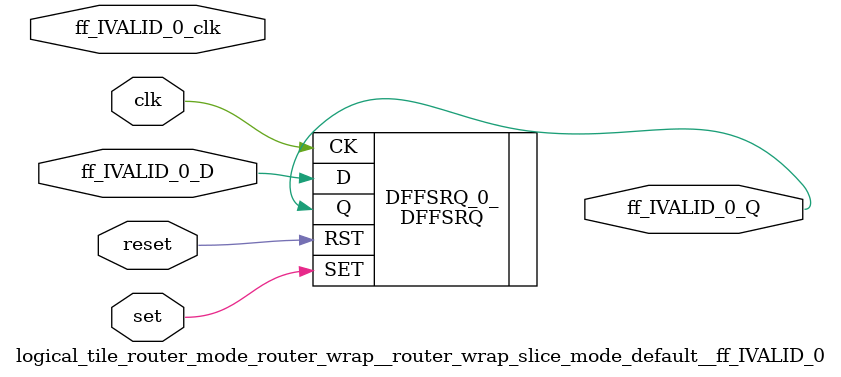
<source format=v>
`default_nettype none

module logical_tile_router_mode_router_wrap__router_wrap_slice_mode_default__ff_IVALID_0(set,
                                                                                         reset,
                                                                                         clk,
                                                                                         ff_IVALID_0_D,
                                                                                         ff_IVALID_0_Q,
                                                                                         ff_IVALID_0_clk);
//----- GLOBAL PORTS -----
input [0:0] set;
//----- GLOBAL PORTS -----
input [0:0] reset;
//----- GLOBAL PORTS -----
input [0:0] clk;
//----- INPUT PORTS -----
input [0:0] ff_IVALID_0_D;
//----- OUTPUT PORTS -----
output [0:0] ff_IVALID_0_Q;
//----- CLOCK PORTS -----
input [0:0] ff_IVALID_0_clk;

//----- BEGIN wire-connection ports -----
wire [0:0] ff_IVALID_0_D;
wire [0:0] ff_IVALID_0_Q;
wire [0:0] ff_IVALID_0_clk;
//----- END wire-connection ports -----


//----- BEGIN Registered ports -----
//----- END Registered ports -----



// ----- BEGIN Local short connections -----
// ----- END Local short connections -----
// ----- BEGIN Local output short connections -----
// ----- END Local output short connections -----

	DFFSRQ DFFSRQ_0_ (
		.SET(set),
		.RST(reset),
		.CK(clk),
		.D(ff_IVALID_0_D),
		.Q(ff_IVALID_0_Q));

endmodule
// ----- END Verilog module for logical_tile_router_mode_router_wrap__router_wrap_slice_mode_default__ff_IVALID_0 -----

//----- Default net type -----
`default_nettype wire




</source>
